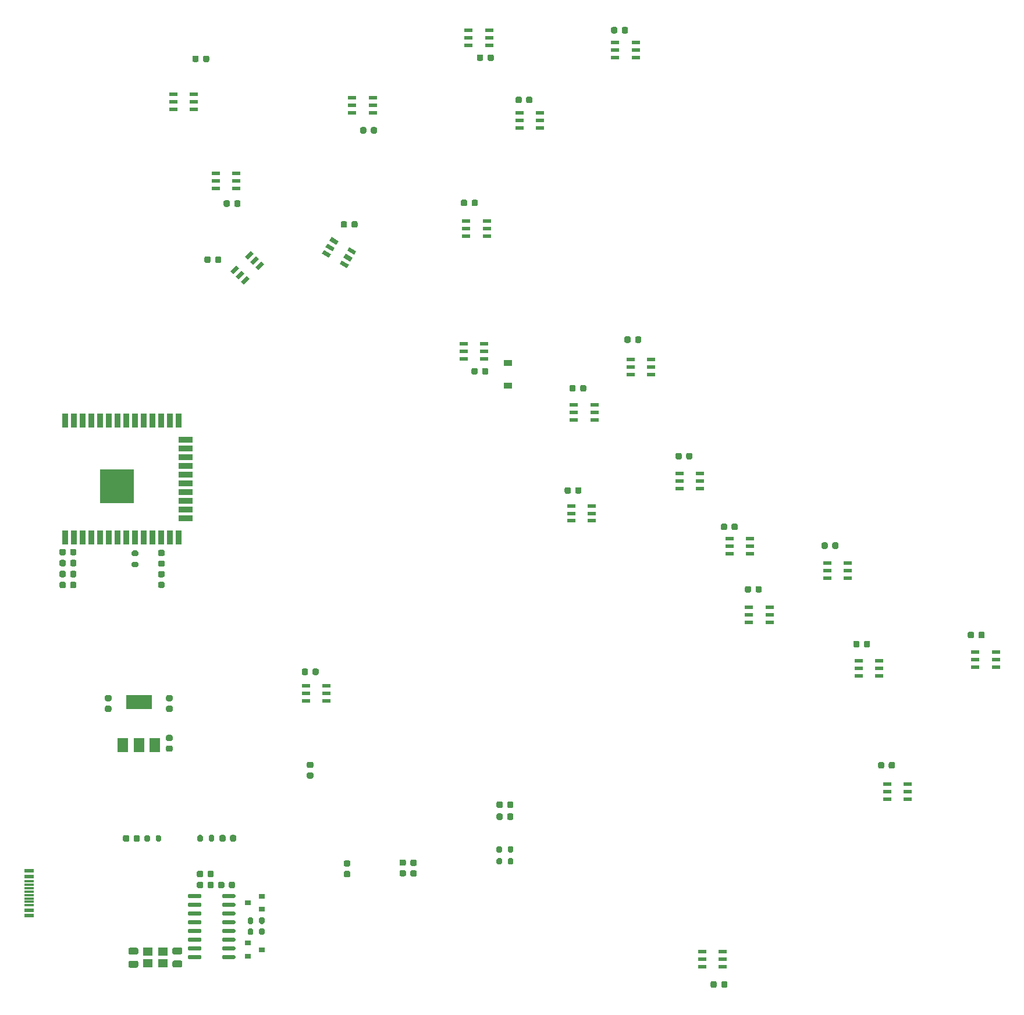
<source format=gbr>
G04 #@! TF.GenerationSoftware,KiCad,Pcbnew,(5.1.9)-1*
G04 #@! TF.CreationDate,2021-02-28T22:53:04+01:00*
G04 #@! TF.ProjectId,DPCM-map,4450434d-2d6d-4617-902e-6b696361645f,rev?*
G04 #@! TF.SameCoordinates,Original*
G04 #@! TF.FileFunction,Paste,Top*
G04 #@! TF.FilePolarity,Positive*
%FSLAX46Y46*%
G04 Gerber Fmt 4.6, Leading zero omitted, Abs format (unit mm)*
G04 Created by KiCad (PCBNEW (5.1.9)-1) date 2021-02-28 22:53:04*
%MOMM*%
%LPD*%
G01*
G04 APERTURE LIST*
%ADD10R,1.200000X0.600000*%
%ADD11C,0.100000*%
%ADD12R,1.200000X0.900000*%
%ADD13R,1.400000X1.200000*%
%ADD14R,0.900000X2.000000*%
%ADD15R,2.000000X0.900000*%
%ADD16R,5.000000X5.000000*%
%ADD17R,1.500000X2.000000*%
%ADD18R,3.800000X2.000000*%
%ADD19R,0.900000X0.800000*%
%ADD20R,1.450000X0.600000*%
%ADD21R,1.450000X0.300000*%
G04 APERTURE END LIST*
D10*
X215430000Y-207470000D03*
X215430000Y-206370000D03*
X215430000Y-205270000D03*
X218430000Y-205270000D03*
X218430000Y-206370000D03*
X218430000Y-207470000D03*
X245370000Y-180940000D03*
X245370000Y-182040000D03*
X245370000Y-183140000D03*
X242370000Y-183140000D03*
X242370000Y-182040000D03*
X242370000Y-180940000D03*
X241220000Y-162960000D03*
X241220000Y-164060000D03*
X241220000Y-165160000D03*
X238220000Y-165160000D03*
X238220000Y-164060000D03*
X238220000Y-162960000D03*
X258180000Y-161730000D03*
X258180000Y-162830000D03*
X258180000Y-163930000D03*
X255180000Y-163930000D03*
X255180000Y-162830000D03*
X255180000Y-161730000D03*
X236650000Y-148720000D03*
X236650000Y-149820000D03*
X236650000Y-150920000D03*
X233650000Y-150920000D03*
X233650000Y-149820000D03*
X233650000Y-148720000D03*
X225260000Y-155140000D03*
X225260000Y-156240000D03*
X225260000Y-157340000D03*
X222260000Y-157340000D03*
X222260000Y-156240000D03*
X222260000Y-155140000D03*
X222440000Y-145200000D03*
X222440000Y-146300000D03*
X222440000Y-147400000D03*
X219440000Y-147400000D03*
X219440000Y-146300000D03*
X219440000Y-145200000D03*
X215140000Y-135660000D03*
X215140000Y-136760000D03*
X215140000Y-137860000D03*
X212140000Y-137860000D03*
X212140000Y-136760000D03*
X212140000Y-135660000D03*
X160770000Y-166580000D03*
X160770000Y-167680000D03*
X160770000Y-168780000D03*
X157770000Y-168780000D03*
X157770000Y-167680000D03*
X157770000Y-166580000D03*
X199400000Y-140400000D03*
X199400000Y-141500000D03*
X199400000Y-142600000D03*
X196400000Y-142600000D03*
X196400000Y-141500000D03*
X196400000Y-140400000D03*
X199790000Y-125670000D03*
X199790000Y-126770000D03*
X199790000Y-127870000D03*
X196790000Y-127870000D03*
X196790000Y-126770000D03*
X196790000Y-125670000D03*
X208020000Y-119140000D03*
X208020000Y-120240000D03*
X208020000Y-121340000D03*
X205020000Y-121340000D03*
X205020000Y-120240000D03*
X205020000Y-119140000D03*
X184100000Y-98970000D03*
X184100000Y-100070000D03*
X184100000Y-101170000D03*
X181100000Y-101170000D03*
X181100000Y-100070000D03*
X181100000Y-98970000D03*
X191850000Y-83210000D03*
X191850000Y-84310000D03*
X191850000Y-85410000D03*
X188850000Y-85410000D03*
X188850000Y-84310000D03*
X188850000Y-83210000D03*
X205790000Y-72990000D03*
X205790000Y-74090000D03*
X205790000Y-75190000D03*
X202790000Y-75190000D03*
X202790000Y-74090000D03*
X202790000Y-72990000D03*
X181440000Y-73360000D03*
X181440000Y-72260000D03*
X181440000Y-71160000D03*
X184440000Y-71160000D03*
X184440000Y-72260000D03*
X184440000Y-73360000D03*
X164530000Y-83240000D03*
X164530000Y-82140000D03*
X164530000Y-81040000D03*
X167530000Y-81040000D03*
X167530000Y-82140000D03*
X167530000Y-83240000D03*
X138480000Y-82720000D03*
X138480000Y-81620000D03*
X138480000Y-80520000D03*
X141480000Y-80520000D03*
X141480000Y-81620000D03*
X141480000Y-82720000D03*
X144650000Y-94210000D03*
X144650000Y-93110000D03*
X144650000Y-92010000D03*
X147650000Y-92010000D03*
X147650000Y-93110000D03*
X147650000Y-94210000D03*
D11*
G36*
X163789423Y-103297180D02*
G01*
X164089423Y-102777564D01*
X165128653Y-103377564D01*
X164828653Y-103897180D01*
X163789423Y-103297180D01*
G37*
G36*
X163239423Y-104249808D02*
G01*
X163539423Y-103730192D01*
X164578653Y-104330192D01*
X164278653Y-104849808D01*
X163239423Y-104249808D01*
G37*
G36*
X162689423Y-105202436D02*
G01*
X162989423Y-104682820D01*
X164028653Y-105282820D01*
X163728653Y-105802436D01*
X162689423Y-105202436D01*
G37*
G36*
X160091347Y-103702436D02*
G01*
X160391347Y-103182820D01*
X161430577Y-103782820D01*
X161130577Y-104302436D01*
X160091347Y-103702436D01*
G37*
G36*
X160641347Y-102749808D02*
G01*
X160941347Y-102230192D01*
X161980577Y-102830192D01*
X161680577Y-103349808D01*
X160641347Y-102749808D01*
G37*
G36*
X161191347Y-101797180D02*
G01*
X161491347Y-101277564D01*
X162530577Y-101877564D01*
X162230577Y-102397180D01*
X161191347Y-101797180D01*
G37*
G36*
X149320711Y-104527918D02*
G01*
X148896447Y-104103654D01*
X149744975Y-103255126D01*
X150169239Y-103679390D01*
X149320711Y-104527918D01*
G37*
G36*
X150098528Y-105305736D02*
G01*
X149674264Y-104881472D01*
X150522792Y-104032944D01*
X150947056Y-104457208D01*
X150098528Y-105305736D01*
G37*
G36*
X150876346Y-106083553D02*
G01*
X150452082Y-105659289D01*
X151300610Y-104810761D01*
X151724874Y-105235025D01*
X150876346Y-106083553D01*
G37*
G36*
X148755025Y-108204874D02*
G01*
X148330761Y-107780610D01*
X149179289Y-106932082D01*
X149603553Y-107356346D01*
X148755025Y-108204874D01*
G37*
G36*
X147977208Y-107427056D02*
G01*
X147552944Y-107002792D01*
X148401472Y-106154264D01*
X148825736Y-106578528D01*
X147977208Y-107427056D01*
G37*
G36*
X147199390Y-106649239D02*
G01*
X146775126Y-106224975D01*
X147623654Y-105376447D01*
X148047918Y-105800711D01*
X147199390Y-106649239D01*
G37*
D10*
X180730000Y-119000000D03*
X180730000Y-117900000D03*
X180730000Y-116800000D03*
X183730000Y-116800000D03*
X183730000Y-117900000D03*
X183730000Y-119000000D03*
D12*
X187170000Y-122920000D03*
X187170000Y-119620000D03*
G36*
G01*
X242595000Y-178420000D02*
X242595000Y-177920000D01*
G75*
G02*
X242820000Y-177695000I225000J0D01*
G01*
X243270000Y-177695000D01*
G75*
G02*
X243495000Y-177920000I0J-225000D01*
G01*
X243495000Y-178420000D01*
G75*
G02*
X243270000Y-178645000I-225000J0D01*
G01*
X242820000Y-178645000D01*
G75*
G02*
X242595000Y-178420000I0J225000D01*
G01*
G37*
G36*
G01*
X241045000Y-178420000D02*
X241045000Y-177920000D01*
G75*
G02*
X241270000Y-177695000I225000J0D01*
G01*
X241720000Y-177695000D01*
G75*
G02*
X241945000Y-177920000I0J-225000D01*
G01*
X241945000Y-178420000D01*
G75*
G02*
X241720000Y-178645000I-225000J0D01*
G01*
X241270000Y-178645000D01*
G75*
G02*
X241045000Y-178420000I0J225000D01*
G01*
G37*
G36*
G01*
X255655000Y-159460000D02*
X255655000Y-158960000D01*
G75*
G02*
X255880000Y-158735000I225000J0D01*
G01*
X256330000Y-158735000D01*
G75*
G02*
X256555000Y-158960000I0J-225000D01*
G01*
X256555000Y-159460000D01*
G75*
G02*
X256330000Y-159685000I-225000J0D01*
G01*
X255880000Y-159685000D01*
G75*
G02*
X255655000Y-159460000I0J225000D01*
G01*
G37*
G36*
G01*
X254105000Y-159460000D02*
X254105000Y-158960000D01*
G75*
G02*
X254330000Y-158735000I225000J0D01*
G01*
X254780000Y-158735000D01*
G75*
G02*
X255005000Y-158960000I0J-225000D01*
G01*
X255005000Y-159460000D01*
G75*
G02*
X254780000Y-159685000I-225000J0D01*
G01*
X254330000Y-159685000D01*
G75*
G02*
X254105000Y-159460000I0J225000D01*
G01*
G37*
G36*
G01*
X238985000Y-160790000D02*
X238985000Y-160290000D01*
G75*
G02*
X239210000Y-160065000I225000J0D01*
G01*
X239660000Y-160065000D01*
G75*
G02*
X239885000Y-160290000I0J-225000D01*
G01*
X239885000Y-160790000D01*
G75*
G02*
X239660000Y-161015000I-225000J0D01*
G01*
X239210000Y-161015000D01*
G75*
G02*
X238985000Y-160790000I0J225000D01*
G01*
G37*
G36*
G01*
X237435000Y-160790000D02*
X237435000Y-160290000D01*
G75*
G02*
X237660000Y-160065000I225000J0D01*
G01*
X238110000Y-160065000D01*
G75*
G02*
X238335000Y-160290000I0J-225000D01*
G01*
X238335000Y-160790000D01*
G75*
G02*
X238110000Y-161015000I-225000J0D01*
G01*
X237660000Y-161015000D01*
G75*
G02*
X237435000Y-160790000I0J225000D01*
G01*
G37*
G36*
G01*
X223215000Y-152810000D02*
X223215000Y-152310000D01*
G75*
G02*
X223440000Y-152085000I225000J0D01*
G01*
X223890000Y-152085000D01*
G75*
G02*
X224115000Y-152310000I0J-225000D01*
G01*
X224115000Y-152810000D01*
G75*
G02*
X223890000Y-153035000I-225000J0D01*
G01*
X223440000Y-153035000D01*
G75*
G02*
X223215000Y-152810000I0J225000D01*
G01*
G37*
G36*
G01*
X221665000Y-152810000D02*
X221665000Y-152310000D01*
G75*
G02*
X221890000Y-152085000I225000J0D01*
G01*
X222340000Y-152085000D01*
G75*
G02*
X222565000Y-152310000I0J-225000D01*
G01*
X222565000Y-152810000D01*
G75*
G02*
X222340000Y-153035000I-225000J0D01*
G01*
X221890000Y-153035000D01*
G75*
G02*
X221665000Y-152810000I0J225000D01*
G01*
G37*
G36*
G01*
X234375000Y-146450000D02*
X234375000Y-145950000D01*
G75*
G02*
X234600000Y-145725000I225000J0D01*
G01*
X235050000Y-145725000D01*
G75*
G02*
X235275000Y-145950000I0J-225000D01*
G01*
X235275000Y-146450000D01*
G75*
G02*
X235050000Y-146675000I-225000J0D01*
G01*
X234600000Y-146675000D01*
G75*
G02*
X234375000Y-146450000I0J225000D01*
G01*
G37*
G36*
G01*
X232825000Y-146450000D02*
X232825000Y-145950000D01*
G75*
G02*
X233050000Y-145725000I225000J0D01*
G01*
X233500000Y-145725000D01*
G75*
G02*
X233725000Y-145950000I0J-225000D01*
G01*
X233725000Y-146450000D01*
G75*
G02*
X233500000Y-146675000I-225000J0D01*
G01*
X233050000Y-146675000D01*
G75*
G02*
X232825000Y-146450000I0J225000D01*
G01*
G37*
G36*
G01*
X219725000Y-143710000D02*
X219725000Y-143210000D01*
G75*
G02*
X219950000Y-142985000I225000J0D01*
G01*
X220400000Y-142985000D01*
G75*
G02*
X220625000Y-143210000I0J-225000D01*
G01*
X220625000Y-143710000D01*
G75*
G02*
X220400000Y-143935000I-225000J0D01*
G01*
X219950000Y-143935000D01*
G75*
G02*
X219725000Y-143710000I0J225000D01*
G01*
G37*
G36*
G01*
X218175000Y-143710000D02*
X218175000Y-143210000D01*
G75*
G02*
X218400000Y-142985000I225000J0D01*
G01*
X218850000Y-142985000D01*
G75*
G02*
X219075000Y-143210000I0J-225000D01*
G01*
X219075000Y-143710000D01*
G75*
G02*
X218850000Y-143935000I-225000J0D01*
G01*
X218400000Y-143935000D01*
G75*
G02*
X218175000Y-143710000I0J225000D01*
G01*
G37*
G36*
G01*
X213125000Y-133420000D02*
X213125000Y-132920000D01*
G75*
G02*
X213350000Y-132695000I225000J0D01*
G01*
X213800000Y-132695000D01*
G75*
G02*
X214025000Y-132920000I0J-225000D01*
G01*
X214025000Y-133420000D01*
G75*
G02*
X213800000Y-133645000I-225000J0D01*
G01*
X213350000Y-133645000D01*
G75*
G02*
X213125000Y-133420000I0J225000D01*
G01*
G37*
G36*
G01*
X211575000Y-133420000D02*
X211575000Y-132920000D01*
G75*
G02*
X211800000Y-132695000I225000J0D01*
G01*
X212250000Y-132695000D01*
G75*
G02*
X212475000Y-132920000I0J-225000D01*
G01*
X212475000Y-133420000D01*
G75*
G02*
X212250000Y-133645000I-225000J0D01*
G01*
X211800000Y-133645000D01*
G75*
G02*
X211575000Y-133420000I0J225000D01*
G01*
G37*
G36*
G01*
X158745000Y-164820000D02*
X158745000Y-164320000D01*
G75*
G02*
X158970000Y-164095000I225000J0D01*
G01*
X159420000Y-164095000D01*
G75*
G02*
X159645000Y-164320000I0J-225000D01*
G01*
X159645000Y-164820000D01*
G75*
G02*
X159420000Y-165045000I-225000J0D01*
G01*
X158970000Y-165045000D01*
G75*
G02*
X158745000Y-164820000I0J225000D01*
G01*
G37*
G36*
G01*
X157195000Y-164820000D02*
X157195000Y-164320000D01*
G75*
G02*
X157420000Y-164095000I225000J0D01*
G01*
X157870000Y-164095000D01*
G75*
G02*
X158095000Y-164320000I0J-225000D01*
G01*
X158095000Y-164820000D01*
G75*
G02*
X157870000Y-165045000I-225000J0D01*
G01*
X157420000Y-165045000D01*
G75*
G02*
X157195000Y-164820000I0J225000D01*
G01*
G37*
G36*
G01*
X197695000Y-123550000D02*
X197695000Y-123050000D01*
G75*
G02*
X197920000Y-122825000I225000J0D01*
G01*
X198370000Y-122825000D01*
G75*
G02*
X198595000Y-123050000I0J-225000D01*
G01*
X198595000Y-123550000D01*
G75*
G02*
X198370000Y-123775000I-225000J0D01*
G01*
X197920000Y-123775000D01*
G75*
G02*
X197695000Y-123550000I0J225000D01*
G01*
G37*
G36*
G01*
X196145000Y-123550000D02*
X196145000Y-123050000D01*
G75*
G02*
X196370000Y-122825000I225000J0D01*
G01*
X196820000Y-122825000D01*
G75*
G02*
X197045000Y-123050000I0J-225000D01*
G01*
X197045000Y-123550000D01*
G75*
G02*
X196820000Y-123775000I-225000J0D01*
G01*
X196370000Y-123775000D01*
G75*
G02*
X196145000Y-123550000I0J225000D01*
G01*
G37*
G36*
G01*
X196985000Y-138420000D02*
X196985000Y-137920000D01*
G75*
G02*
X197210000Y-137695000I225000J0D01*
G01*
X197660000Y-137695000D01*
G75*
G02*
X197885000Y-137920000I0J-225000D01*
G01*
X197885000Y-138420000D01*
G75*
G02*
X197660000Y-138645000I-225000J0D01*
G01*
X197210000Y-138645000D01*
G75*
G02*
X196985000Y-138420000I0J225000D01*
G01*
G37*
G36*
G01*
X195435000Y-138420000D02*
X195435000Y-137920000D01*
G75*
G02*
X195660000Y-137695000I225000J0D01*
G01*
X196110000Y-137695000D01*
G75*
G02*
X196335000Y-137920000I0J-225000D01*
G01*
X196335000Y-138420000D01*
G75*
G02*
X196110000Y-138645000I-225000J0D01*
G01*
X195660000Y-138645000D01*
G75*
G02*
X195435000Y-138420000I0J225000D01*
G01*
G37*
G36*
G01*
X217565000Y-209830000D02*
X217565000Y-210330000D01*
G75*
G02*
X217340000Y-210555000I-225000J0D01*
G01*
X216890000Y-210555000D01*
G75*
G02*
X216665000Y-210330000I0J225000D01*
G01*
X216665000Y-209830000D01*
G75*
G02*
X216890000Y-209605000I225000J0D01*
G01*
X217340000Y-209605000D01*
G75*
G02*
X217565000Y-209830000I0J-225000D01*
G01*
G37*
G36*
G01*
X219115000Y-209830000D02*
X219115000Y-210330000D01*
G75*
G02*
X218890000Y-210555000I-225000J0D01*
G01*
X218440000Y-210555000D01*
G75*
G02*
X218215000Y-210330000I0J225000D01*
G01*
X218215000Y-209830000D01*
G75*
G02*
X218440000Y-209605000I225000J0D01*
G01*
X218890000Y-209605000D01*
G75*
G02*
X219115000Y-209830000I0J-225000D01*
G01*
G37*
G36*
G01*
X205685000Y-116470000D02*
X205685000Y-115970000D01*
G75*
G02*
X205910000Y-115745000I225000J0D01*
G01*
X206360000Y-115745000D01*
G75*
G02*
X206585000Y-115970000I0J-225000D01*
G01*
X206585000Y-116470000D01*
G75*
G02*
X206360000Y-116695000I-225000J0D01*
G01*
X205910000Y-116695000D01*
G75*
G02*
X205685000Y-116470000I0J225000D01*
G01*
G37*
G36*
G01*
X204135000Y-116470000D02*
X204135000Y-115970000D01*
G75*
G02*
X204360000Y-115745000I225000J0D01*
G01*
X204810000Y-115745000D01*
G75*
G02*
X205035000Y-115970000I0J-225000D01*
G01*
X205035000Y-116470000D01*
G75*
G02*
X204810000Y-116695000I-225000J0D01*
G01*
X204360000Y-116695000D01*
G75*
G02*
X204135000Y-116470000I0J225000D01*
G01*
G37*
G36*
G01*
X181895000Y-96570000D02*
X181895000Y-96070000D01*
G75*
G02*
X182120000Y-95845000I225000J0D01*
G01*
X182570000Y-95845000D01*
G75*
G02*
X182795000Y-96070000I0J-225000D01*
G01*
X182795000Y-96570000D01*
G75*
G02*
X182570000Y-96795000I-225000J0D01*
G01*
X182120000Y-96795000D01*
G75*
G02*
X181895000Y-96570000I0J225000D01*
G01*
G37*
G36*
G01*
X180345000Y-96570000D02*
X180345000Y-96070000D01*
G75*
G02*
X180570000Y-95845000I225000J0D01*
G01*
X181020000Y-95845000D01*
G75*
G02*
X181245000Y-96070000I0J-225000D01*
G01*
X181245000Y-96570000D01*
G75*
G02*
X181020000Y-96795000I-225000J0D01*
G01*
X180570000Y-96795000D01*
G75*
G02*
X180345000Y-96570000I0J225000D01*
G01*
G37*
G36*
G01*
X189835000Y-81570000D02*
X189835000Y-81070000D01*
G75*
G02*
X190060000Y-80845000I225000J0D01*
G01*
X190510000Y-80845000D01*
G75*
G02*
X190735000Y-81070000I0J-225000D01*
G01*
X190735000Y-81570000D01*
G75*
G02*
X190510000Y-81795000I-225000J0D01*
G01*
X190060000Y-81795000D01*
G75*
G02*
X189835000Y-81570000I0J225000D01*
G01*
G37*
G36*
G01*
X188285000Y-81570000D02*
X188285000Y-81070000D01*
G75*
G02*
X188510000Y-80845000I225000J0D01*
G01*
X188960000Y-80845000D01*
G75*
G02*
X189185000Y-81070000I0J-225000D01*
G01*
X189185000Y-81570000D01*
G75*
G02*
X188960000Y-81795000I-225000J0D01*
G01*
X188510000Y-81795000D01*
G75*
G02*
X188285000Y-81570000I0J225000D01*
G01*
G37*
G36*
G01*
X203745000Y-71430000D02*
X203745000Y-70930000D01*
G75*
G02*
X203970000Y-70705000I225000J0D01*
G01*
X204420000Y-70705000D01*
G75*
G02*
X204645000Y-70930000I0J-225000D01*
G01*
X204645000Y-71430000D01*
G75*
G02*
X204420000Y-71655000I-225000J0D01*
G01*
X203970000Y-71655000D01*
G75*
G02*
X203745000Y-71430000I0J225000D01*
G01*
G37*
G36*
G01*
X202195000Y-71430000D02*
X202195000Y-70930000D01*
G75*
G02*
X202420000Y-70705000I225000J0D01*
G01*
X202870000Y-70705000D01*
G75*
G02*
X203095000Y-70930000I0J-225000D01*
G01*
X203095000Y-71430000D01*
G75*
G02*
X202870000Y-71655000I-225000J0D01*
G01*
X202420000Y-71655000D01*
G75*
G02*
X202195000Y-71430000I0J225000D01*
G01*
G37*
G36*
G01*
X183575000Y-74930000D02*
X183575000Y-75430000D01*
G75*
G02*
X183350000Y-75655000I-225000J0D01*
G01*
X182900000Y-75655000D01*
G75*
G02*
X182675000Y-75430000I0J225000D01*
G01*
X182675000Y-74930000D01*
G75*
G02*
X182900000Y-74705000I225000J0D01*
G01*
X183350000Y-74705000D01*
G75*
G02*
X183575000Y-74930000I0J-225000D01*
G01*
G37*
G36*
G01*
X185125000Y-74930000D02*
X185125000Y-75430000D01*
G75*
G02*
X184900000Y-75655000I-225000J0D01*
G01*
X184450000Y-75655000D01*
G75*
G02*
X184225000Y-75430000I0J225000D01*
G01*
X184225000Y-74930000D01*
G75*
G02*
X184450000Y-74705000I225000J0D01*
G01*
X184900000Y-74705000D01*
G75*
G02*
X185125000Y-74930000I0J-225000D01*
G01*
G37*
G36*
G01*
X166585000Y-85500000D02*
X166585000Y-86000000D01*
G75*
G02*
X166360000Y-86225000I-225000J0D01*
G01*
X165910000Y-86225000D01*
G75*
G02*
X165685000Y-86000000I0J225000D01*
G01*
X165685000Y-85500000D01*
G75*
G02*
X165910000Y-85275000I225000J0D01*
G01*
X166360000Y-85275000D01*
G75*
G02*
X166585000Y-85500000I0J-225000D01*
G01*
G37*
G36*
G01*
X168135000Y-85500000D02*
X168135000Y-86000000D01*
G75*
G02*
X167910000Y-86225000I-225000J0D01*
G01*
X167460000Y-86225000D01*
G75*
G02*
X167235000Y-86000000I0J225000D01*
G01*
X167235000Y-85500000D01*
G75*
G02*
X167460000Y-85275000I225000J0D01*
G01*
X167910000Y-85275000D01*
G75*
G02*
X168135000Y-85500000I0J-225000D01*
G01*
G37*
G36*
G01*
X142815000Y-75600000D02*
X142815000Y-75100000D01*
G75*
G02*
X143040000Y-74875000I225000J0D01*
G01*
X143490000Y-74875000D01*
G75*
G02*
X143715000Y-75100000I0J-225000D01*
G01*
X143715000Y-75600000D01*
G75*
G02*
X143490000Y-75825000I-225000J0D01*
G01*
X143040000Y-75825000D01*
G75*
G02*
X142815000Y-75600000I0J225000D01*
G01*
G37*
G36*
G01*
X141265000Y-75600000D02*
X141265000Y-75100000D01*
G75*
G02*
X141490000Y-74875000I225000J0D01*
G01*
X141940000Y-74875000D01*
G75*
G02*
X142165000Y-75100000I0J-225000D01*
G01*
X142165000Y-75600000D01*
G75*
G02*
X141940000Y-75825000I-225000J0D01*
G01*
X141490000Y-75825000D01*
G75*
G02*
X141265000Y-75600000I0J225000D01*
G01*
G37*
G36*
G01*
X146705000Y-96160000D02*
X146705000Y-96660000D01*
G75*
G02*
X146480000Y-96885000I-225000J0D01*
G01*
X146030000Y-96885000D01*
G75*
G02*
X145805000Y-96660000I0J225000D01*
G01*
X145805000Y-96160000D01*
G75*
G02*
X146030000Y-95935000I225000J0D01*
G01*
X146480000Y-95935000D01*
G75*
G02*
X146705000Y-96160000I0J-225000D01*
G01*
G37*
G36*
G01*
X148255000Y-96160000D02*
X148255000Y-96660000D01*
G75*
G02*
X148030000Y-96885000I-225000J0D01*
G01*
X147580000Y-96885000D01*
G75*
G02*
X147355000Y-96660000I0J225000D01*
G01*
X147355000Y-96160000D01*
G75*
G02*
X147580000Y-95935000I225000J0D01*
G01*
X148030000Y-95935000D01*
G75*
G02*
X148255000Y-96160000I0J-225000D01*
G01*
G37*
G36*
G01*
X164410000Y-99700000D02*
X164410000Y-99200000D01*
G75*
G02*
X164635000Y-98975000I225000J0D01*
G01*
X165085000Y-98975000D01*
G75*
G02*
X165310000Y-99200000I0J-225000D01*
G01*
X165310000Y-99700000D01*
G75*
G02*
X165085000Y-99925000I-225000J0D01*
G01*
X164635000Y-99925000D01*
G75*
G02*
X164410000Y-99700000I0J225000D01*
G01*
G37*
G36*
G01*
X162860000Y-99700000D02*
X162860000Y-99200000D01*
G75*
G02*
X163085000Y-98975000I225000J0D01*
G01*
X163535000Y-98975000D01*
G75*
G02*
X163760000Y-99200000I0J-225000D01*
G01*
X163760000Y-99700000D01*
G75*
G02*
X163535000Y-99925000I-225000J0D01*
G01*
X163085000Y-99925000D01*
G75*
G02*
X162860000Y-99700000I0J225000D01*
G01*
G37*
G36*
G01*
X143915000Y-104330000D02*
X143915000Y-104830000D01*
G75*
G02*
X143690000Y-105055000I-225000J0D01*
G01*
X143240000Y-105055000D01*
G75*
G02*
X143015000Y-104830000I0J225000D01*
G01*
X143015000Y-104330000D01*
G75*
G02*
X143240000Y-104105000I225000J0D01*
G01*
X143690000Y-104105000D01*
G75*
G02*
X143915000Y-104330000I0J-225000D01*
G01*
G37*
G36*
G01*
X145465000Y-104330000D02*
X145465000Y-104830000D01*
G75*
G02*
X145240000Y-105055000I-225000J0D01*
G01*
X144790000Y-105055000D01*
G75*
G02*
X144565000Y-104830000I0J225000D01*
G01*
X144565000Y-104330000D01*
G75*
G02*
X144790000Y-104105000I225000J0D01*
G01*
X145240000Y-104105000D01*
G75*
G02*
X145465000Y-104330000I0J-225000D01*
G01*
G37*
G36*
G01*
X136510000Y-151465000D02*
X137010000Y-151465000D01*
G75*
G02*
X137235000Y-151690000I0J-225000D01*
G01*
X137235000Y-152140000D01*
G75*
G02*
X137010000Y-152365000I-225000J0D01*
G01*
X136510000Y-152365000D01*
G75*
G02*
X136285000Y-152140000I0J225000D01*
G01*
X136285000Y-151690000D01*
G75*
G02*
X136510000Y-151465000I225000J0D01*
G01*
G37*
G36*
G01*
X136510000Y-149915000D02*
X137010000Y-149915000D01*
G75*
G02*
X137235000Y-150140000I0J-225000D01*
G01*
X137235000Y-150590000D01*
G75*
G02*
X137010000Y-150815000I-225000J0D01*
G01*
X136510000Y-150815000D01*
G75*
G02*
X136285000Y-150590000I0J225000D01*
G01*
X136285000Y-150140000D01*
G75*
G02*
X136510000Y-149915000I225000J0D01*
G01*
G37*
G36*
G01*
X136510000Y-148365000D02*
X137010000Y-148365000D01*
G75*
G02*
X137235000Y-148590000I0J-225000D01*
G01*
X137235000Y-149040000D01*
G75*
G02*
X137010000Y-149265000I-225000J0D01*
G01*
X136510000Y-149265000D01*
G75*
G02*
X136285000Y-149040000I0J225000D01*
G01*
X136285000Y-148590000D01*
G75*
G02*
X136510000Y-148365000I225000J0D01*
G01*
G37*
G36*
G01*
X136510000Y-146815000D02*
X137010000Y-146815000D01*
G75*
G02*
X137235000Y-147040000I0J-225000D01*
G01*
X137235000Y-147490000D01*
G75*
G02*
X137010000Y-147715000I-225000J0D01*
G01*
X136510000Y-147715000D01*
G75*
G02*
X136285000Y-147490000I0J225000D01*
G01*
X136285000Y-147040000D01*
G75*
G02*
X136510000Y-146815000I225000J0D01*
G01*
G37*
D13*
X134790000Y-205300000D03*
X136990000Y-205300000D03*
X136990000Y-207000000D03*
X134790000Y-207000000D03*
G36*
G01*
X145575000Y-197355000D02*
X145575000Y-197055000D01*
G75*
G02*
X145725000Y-196905000I150000J0D01*
G01*
X147375000Y-196905000D01*
G75*
G02*
X147525000Y-197055000I0J-150000D01*
G01*
X147525000Y-197355000D01*
G75*
G02*
X147375000Y-197505000I-150000J0D01*
G01*
X145725000Y-197505000D01*
G75*
G02*
X145575000Y-197355000I0J150000D01*
G01*
G37*
G36*
G01*
X145575000Y-198625000D02*
X145575000Y-198325000D01*
G75*
G02*
X145725000Y-198175000I150000J0D01*
G01*
X147375000Y-198175000D01*
G75*
G02*
X147525000Y-198325000I0J-150000D01*
G01*
X147525000Y-198625000D01*
G75*
G02*
X147375000Y-198775000I-150000J0D01*
G01*
X145725000Y-198775000D01*
G75*
G02*
X145575000Y-198625000I0J150000D01*
G01*
G37*
G36*
G01*
X145575000Y-199895000D02*
X145575000Y-199595000D01*
G75*
G02*
X145725000Y-199445000I150000J0D01*
G01*
X147375000Y-199445000D01*
G75*
G02*
X147525000Y-199595000I0J-150000D01*
G01*
X147525000Y-199895000D01*
G75*
G02*
X147375000Y-200045000I-150000J0D01*
G01*
X145725000Y-200045000D01*
G75*
G02*
X145575000Y-199895000I0J150000D01*
G01*
G37*
G36*
G01*
X145575000Y-201165000D02*
X145575000Y-200865000D01*
G75*
G02*
X145725000Y-200715000I150000J0D01*
G01*
X147375000Y-200715000D01*
G75*
G02*
X147525000Y-200865000I0J-150000D01*
G01*
X147525000Y-201165000D01*
G75*
G02*
X147375000Y-201315000I-150000J0D01*
G01*
X145725000Y-201315000D01*
G75*
G02*
X145575000Y-201165000I0J150000D01*
G01*
G37*
G36*
G01*
X145575000Y-202435000D02*
X145575000Y-202135000D01*
G75*
G02*
X145725000Y-201985000I150000J0D01*
G01*
X147375000Y-201985000D01*
G75*
G02*
X147525000Y-202135000I0J-150000D01*
G01*
X147525000Y-202435000D01*
G75*
G02*
X147375000Y-202585000I-150000J0D01*
G01*
X145725000Y-202585000D01*
G75*
G02*
X145575000Y-202435000I0J150000D01*
G01*
G37*
G36*
G01*
X145575000Y-203705000D02*
X145575000Y-203405000D01*
G75*
G02*
X145725000Y-203255000I150000J0D01*
G01*
X147375000Y-203255000D01*
G75*
G02*
X147525000Y-203405000I0J-150000D01*
G01*
X147525000Y-203705000D01*
G75*
G02*
X147375000Y-203855000I-150000J0D01*
G01*
X145725000Y-203855000D01*
G75*
G02*
X145575000Y-203705000I0J150000D01*
G01*
G37*
G36*
G01*
X145575000Y-204975000D02*
X145575000Y-204675000D01*
G75*
G02*
X145725000Y-204525000I150000J0D01*
G01*
X147375000Y-204525000D01*
G75*
G02*
X147525000Y-204675000I0J-150000D01*
G01*
X147525000Y-204975000D01*
G75*
G02*
X147375000Y-205125000I-150000J0D01*
G01*
X145725000Y-205125000D01*
G75*
G02*
X145575000Y-204975000I0J150000D01*
G01*
G37*
G36*
G01*
X145575000Y-206245000D02*
X145575000Y-205945000D01*
G75*
G02*
X145725000Y-205795000I150000J0D01*
G01*
X147375000Y-205795000D01*
G75*
G02*
X147525000Y-205945000I0J-150000D01*
G01*
X147525000Y-206245000D01*
G75*
G02*
X147375000Y-206395000I-150000J0D01*
G01*
X145725000Y-206395000D01*
G75*
G02*
X145575000Y-206245000I0J150000D01*
G01*
G37*
G36*
G01*
X140625000Y-206245000D02*
X140625000Y-205945000D01*
G75*
G02*
X140775000Y-205795000I150000J0D01*
G01*
X142425000Y-205795000D01*
G75*
G02*
X142575000Y-205945000I0J-150000D01*
G01*
X142575000Y-206245000D01*
G75*
G02*
X142425000Y-206395000I-150000J0D01*
G01*
X140775000Y-206395000D01*
G75*
G02*
X140625000Y-206245000I0J150000D01*
G01*
G37*
G36*
G01*
X140625000Y-204975000D02*
X140625000Y-204675000D01*
G75*
G02*
X140775000Y-204525000I150000J0D01*
G01*
X142425000Y-204525000D01*
G75*
G02*
X142575000Y-204675000I0J-150000D01*
G01*
X142575000Y-204975000D01*
G75*
G02*
X142425000Y-205125000I-150000J0D01*
G01*
X140775000Y-205125000D01*
G75*
G02*
X140625000Y-204975000I0J150000D01*
G01*
G37*
G36*
G01*
X140625000Y-203705000D02*
X140625000Y-203405000D01*
G75*
G02*
X140775000Y-203255000I150000J0D01*
G01*
X142425000Y-203255000D01*
G75*
G02*
X142575000Y-203405000I0J-150000D01*
G01*
X142575000Y-203705000D01*
G75*
G02*
X142425000Y-203855000I-150000J0D01*
G01*
X140775000Y-203855000D01*
G75*
G02*
X140625000Y-203705000I0J150000D01*
G01*
G37*
G36*
G01*
X140625000Y-202435000D02*
X140625000Y-202135000D01*
G75*
G02*
X140775000Y-201985000I150000J0D01*
G01*
X142425000Y-201985000D01*
G75*
G02*
X142575000Y-202135000I0J-150000D01*
G01*
X142575000Y-202435000D01*
G75*
G02*
X142425000Y-202585000I-150000J0D01*
G01*
X140775000Y-202585000D01*
G75*
G02*
X140625000Y-202435000I0J150000D01*
G01*
G37*
G36*
G01*
X140625000Y-201165000D02*
X140625000Y-200865000D01*
G75*
G02*
X140775000Y-200715000I150000J0D01*
G01*
X142425000Y-200715000D01*
G75*
G02*
X142575000Y-200865000I0J-150000D01*
G01*
X142575000Y-201165000D01*
G75*
G02*
X142425000Y-201315000I-150000J0D01*
G01*
X140775000Y-201315000D01*
G75*
G02*
X140625000Y-201165000I0J150000D01*
G01*
G37*
G36*
G01*
X140625000Y-199895000D02*
X140625000Y-199595000D01*
G75*
G02*
X140775000Y-199445000I150000J0D01*
G01*
X142425000Y-199445000D01*
G75*
G02*
X142575000Y-199595000I0J-150000D01*
G01*
X142575000Y-199895000D01*
G75*
G02*
X142425000Y-200045000I-150000J0D01*
G01*
X140775000Y-200045000D01*
G75*
G02*
X140625000Y-199895000I0J150000D01*
G01*
G37*
G36*
G01*
X140625000Y-198625000D02*
X140625000Y-198325000D01*
G75*
G02*
X140775000Y-198175000I150000J0D01*
G01*
X142425000Y-198175000D01*
G75*
G02*
X142575000Y-198325000I0J-150000D01*
G01*
X142575000Y-198625000D01*
G75*
G02*
X142425000Y-198775000I-150000J0D01*
G01*
X140775000Y-198775000D01*
G75*
G02*
X140625000Y-198625000I0J150000D01*
G01*
G37*
G36*
G01*
X140625000Y-197355000D02*
X140625000Y-197055000D01*
G75*
G02*
X140775000Y-196905000I150000J0D01*
G01*
X142425000Y-196905000D01*
G75*
G02*
X142575000Y-197055000I0J-150000D01*
G01*
X142575000Y-197355000D01*
G75*
G02*
X142425000Y-197505000I-150000J0D01*
G01*
X140775000Y-197505000D01*
G75*
G02*
X140625000Y-197355000I0J150000D01*
G01*
G37*
D14*
X122775000Y-128025000D03*
X124045000Y-128025000D03*
X125315000Y-128025000D03*
X126585000Y-128025000D03*
X127855000Y-128025000D03*
X129125000Y-128025000D03*
X130395000Y-128025000D03*
X131665000Y-128025000D03*
X132935000Y-128025000D03*
X134205000Y-128025000D03*
X135475000Y-128025000D03*
X136745000Y-128025000D03*
X138015000Y-128025000D03*
X139285000Y-128025000D03*
D15*
X140285000Y-130810000D03*
X140285000Y-132080000D03*
X140285000Y-133350000D03*
X140285000Y-134620000D03*
X140285000Y-135890000D03*
X140285000Y-137160000D03*
X140285000Y-138430000D03*
X140285000Y-139700000D03*
X140285000Y-140970000D03*
X140285000Y-142240000D03*
D14*
X139285000Y-145025000D03*
X138015000Y-145025000D03*
X136745000Y-145025000D03*
X135475000Y-145025000D03*
X134205000Y-145025000D03*
X132935000Y-145025000D03*
X131665000Y-145025000D03*
X130395000Y-145025000D03*
X129125000Y-145025000D03*
X127855000Y-145025000D03*
X126585000Y-145025000D03*
X125315000Y-145025000D03*
X124045000Y-145025000D03*
X122775000Y-145025000D03*
D16*
X130275000Y-137525000D03*
D17*
X131165000Y-175260000D03*
X135765000Y-175260000D03*
X133465000Y-175260000D03*
D18*
X133465000Y-168960000D03*
G36*
G01*
X150970000Y-201075000D02*
X150970000Y-200525000D01*
G75*
G02*
X151170000Y-200325000I200000J0D01*
G01*
X151570000Y-200325000D01*
G75*
G02*
X151770000Y-200525000I0J-200000D01*
G01*
X151770000Y-201075000D01*
G75*
G02*
X151570000Y-201275000I-200000J0D01*
G01*
X151170000Y-201275000D01*
G75*
G02*
X150970000Y-201075000I0J200000D01*
G01*
G37*
G36*
G01*
X149320000Y-201075000D02*
X149320000Y-200525000D01*
G75*
G02*
X149520000Y-200325000I200000J0D01*
G01*
X149920000Y-200325000D01*
G75*
G02*
X150120000Y-200525000I0J-200000D01*
G01*
X150120000Y-201075000D01*
G75*
G02*
X149920000Y-201275000I-200000J0D01*
G01*
X149520000Y-201275000D01*
G75*
G02*
X149320000Y-201075000I0J200000D01*
G01*
G37*
G36*
G01*
X150970000Y-202675000D02*
X150970000Y-202125000D01*
G75*
G02*
X151170000Y-201925000I200000J0D01*
G01*
X151570000Y-201925000D01*
G75*
G02*
X151770000Y-202125000I0J-200000D01*
G01*
X151770000Y-202675000D01*
G75*
G02*
X151570000Y-202875000I-200000J0D01*
G01*
X151170000Y-202875000D01*
G75*
G02*
X150970000Y-202675000I0J200000D01*
G01*
G37*
G36*
G01*
X149320000Y-202675000D02*
X149320000Y-202125000D01*
G75*
G02*
X149520000Y-201925000I200000J0D01*
G01*
X149920000Y-201925000D01*
G75*
G02*
X150120000Y-202125000I0J-200000D01*
G01*
X150120000Y-202675000D01*
G75*
G02*
X149920000Y-202875000I-200000J0D01*
G01*
X149520000Y-202875000D01*
G75*
G02*
X149320000Y-202675000I0J200000D01*
G01*
G37*
G36*
G01*
X143645000Y-189070000D02*
X143645000Y-188520000D01*
G75*
G02*
X143845000Y-188320000I200000J0D01*
G01*
X144245000Y-188320000D01*
G75*
G02*
X144445000Y-188520000I0J-200000D01*
G01*
X144445000Y-189070000D01*
G75*
G02*
X144245000Y-189270000I-200000J0D01*
G01*
X143845000Y-189270000D01*
G75*
G02*
X143645000Y-189070000I0J200000D01*
G01*
G37*
G36*
G01*
X141995000Y-189070000D02*
X141995000Y-188520000D01*
G75*
G02*
X142195000Y-188320000I200000J0D01*
G01*
X142595000Y-188320000D01*
G75*
G02*
X142795000Y-188520000I0J-200000D01*
G01*
X142795000Y-189070000D01*
G75*
G02*
X142595000Y-189270000I-200000J0D01*
G01*
X142195000Y-189270000D01*
G75*
G02*
X141995000Y-189070000I0J200000D01*
G01*
G37*
G36*
G01*
X133185000Y-147705000D02*
X132635000Y-147705000D01*
G75*
G02*
X132435000Y-147505000I0J200000D01*
G01*
X132435000Y-147105000D01*
G75*
G02*
X132635000Y-146905000I200000J0D01*
G01*
X133185000Y-146905000D01*
G75*
G02*
X133385000Y-147105000I0J-200000D01*
G01*
X133385000Y-147505000D01*
G75*
G02*
X133185000Y-147705000I-200000J0D01*
G01*
G37*
G36*
G01*
X133185000Y-149355000D02*
X132635000Y-149355000D01*
G75*
G02*
X132435000Y-149155000I0J200000D01*
G01*
X132435000Y-148755000D01*
G75*
G02*
X132635000Y-148555000I200000J0D01*
G01*
X133185000Y-148555000D01*
G75*
G02*
X133385000Y-148755000I0J-200000D01*
G01*
X133385000Y-149155000D01*
G75*
G02*
X133185000Y-149355000I-200000J0D01*
G01*
G37*
G36*
G01*
X135085000Y-188545000D02*
X135085000Y-189095000D01*
G75*
G02*
X134885000Y-189295000I-200000J0D01*
G01*
X134485000Y-189295000D01*
G75*
G02*
X134285000Y-189095000I0J200000D01*
G01*
X134285000Y-188545000D01*
G75*
G02*
X134485000Y-188345000I200000J0D01*
G01*
X134885000Y-188345000D01*
G75*
G02*
X135085000Y-188545000I0J-200000D01*
G01*
G37*
G36*
G01*
X136735000Y-188545000D02*
X136735000Y-189095000D01*
G75*
G02*
X136535000Y-189295000I-200000J0D01*
G01*
X136135000Y-189295000D01*
G75*
G02*
X135935000Y-189095000I0J200000D01*
G01*
X135935000Y-188545000D01*
G75*
G02*
X136135000Y-188345000I200000J0D01*
G01*
X136535000Y-188345000D01*
G75*
G02*
X136735000Y-188545000I0J-200000D01*
G01*
G37*
G36*
G01*
X186325000Y-190135000D02*
X186325000Y-190685000D01*
G75*
G02*
X186125000Y-190885000I-200000J0D01*
G01*
X185725000Y-190885000D01*
G75*
G02*
X185525000Y-190685000I0J200000D01*
G01*
X185525000Y-190135000D01*
G75*
G02*
X185725000Y-189935000I200000J0D01*
G01*
X186125000Y-189935000D01*
G75*
G02*
X186325000Y-190135000I0J-200000D01*
G01*
G37*
G36*
G01*
X187975000Y-190135000D02*
X187975000Y-190685000D01*
G75*
G02*
X187775000Y-190885000I-200000J0D01*
G01*
X187375000Y-190885000D01*
G75*
G02*
X187175000Y-190685000I0J200000D01*
G01*
X187175000Y-190135000D01*
G75*
G02*
X187375000Y-189935000I200000J0D01*
G01*
X187775000Y-189935000D01*
G75*
G02*
X187975000Y-190135000I0J-200000D01*
G01*
G37*
G36*
G01*
X186325000Y-191885000D02*
X186325000Y-192435000D01*
G75*
G02*
X186125000Y-192635000I-200000J0D01*
G01*
X185725000Y-192635000D01*
G75*
G02*
X185525000Y-192435000I0J200000D01*
G01*
X185525000Y-191885000D01*
G75*
G02*
X185725000Y-191685000I200000J0D01*
G01*
X186125000Y-191685000D01*
G75*
G02*
X186325000Y-191885000I0J-200000D01*
G01*
G37*
G36*
G01*
X187975000Y-191885000D02*
X187975000Y-192435000D01*
G75*
G02*
X187775000Y-192635000I-200000J0D01*
G01*
X187375000Y-192635000D01*
G75*
G02*
X187175000Y-192435000I0J200000D01*
G01*
X187175000Y-191885000D01*
G75*
G02*
X187375000Y-191685000I200000J0D01*
G01*
X187775000Y-191685000D01*
G75*
G02*
X187975000Y-191885000I0J-200000D01*
G01*
G37*
D19*
X151345000Y-205000000D03*
X149345000Y-205950000D03*
X149345000Y-204050000D03*
X149345000Y-198200000D03*
X151345000Y-197250000D03*
X151345000Y-199150000D03*
D20*
X117545000Y-200050000D03*
X117545000Y-199250000D03*
X117545000Y-194350000D03*
X117545000Y-193550000D03*
X117545000Y-193550000D03*
X117545000Y-194350000D03*
X117545000Y-199250000D03*
X117545000Y-200050000D03*
D21*
X117545000Y-195050000D03*
X117545000Y-195550000D03*
X117545000Y-196050000D03*
X117545000Y-197050000D03*
X117545000Y-197550000D03*
X117545000Y-198050000D03*
X117545000Y-198550000D03*
X117545000Y-196550000D03*
G36*
G01*
X182775000Y-120580000D02*
X182775000Y-121080000D01*
G75*
G02*
X182550000Y-121305000I-225000J0D01*
G01*
X182100000Y-121305000D01*
G75*
G02*
X181875000Y-121080000I0J225000D01*
G01*
X181875000Y-120580000D01*
G75*
G02*
X182100000Y-120355000I225000J0D01*
G01*
X182550000Y-120355000D01*
G75*
G02*
X182775000Y-120580000I0J-225000D01*
G01*
G37*
G36*
G01*
X184325000Y-120580000D02*
X184325000Y-121080000D01*
G75*
G02*
X184100000Y-121305000I-225000J0D01*
G01*
X183650000Y-121305000D01*
G75*
G02*
X183425000Y-121080000I0J225000D01*
G01*
X183425000Y-120580000D01*
G75*
G02*
X183650000Y-120355000I225000J0D01*
G01*
X184100000Y-120355000D01*
G75*
G02*
X184325000Y-120580000I0J-225000D01*
G01*
G37*
G36*
G01*
X142820000Y-193750000D02*
X142820000Y-194250000D01*
G75*
G02*
X142595000Y-194475000I-225000J0D01*
G01*
X142145000Y-194475000D01*
G75*
G02*
X141920000Y-194250000I0J225000D01*
G01*
X141920000Y-193750000D01*
G75*
G02*
X142145000Y-193525000I225000J0D01*
G01*
X142595000Y-193525000D01*
G75*
G02*
X142820000Y-193750000I0J-225000D01*
G01*
G37*
G36*
G01*
X144370000Y-193750000D02*
X144370000Y-194250000D01*
G75*
G02*
X144145000Y-194475000I-225000J0D01*
G01*
X143695000Y-194475000D01*
G75*
G02*
X143470000Y-194250000I0J225000D01*
G01*
X143470000Y-193750000D01*
G75*
G02*
X143695000Y-193525000I225000J0D01*
G01*
X144145000Y-193525000D01*
G75*
G02*
X144370000Y-193750000I0J-225000D01*
G01*
G37*
G36*
G01*
X146570000Y-195850000D02*
X146570000Y-195350000D01*
G75*
G02*
X146795000Y-195125000I225000J0D01*
G01*
X147245000Y-195125000D01*
G75*
G02*
X147470000Y-195350000I0J-225000D01*
G01*
X147470000Y-195850000D01*
G75*
G02*
X147245000Y-196075000I-225000J0D01*
G01*
X146795000Y-196075000D01*
G75*
G02*
X146570000Y-195850000I0J225000D01*
G01*
G37*
G36*
G01*
X145020000Y-195850000D02*
X145020000Y-195350000D01*
G75*
G02*
X145245000Y-195125000I225000J0D01*
G01*
X145695000Y-195125000D01*
G75*
G02*
X145920000Y-195350000I0J-225000D01*
G01*
X145920000Y-195850000D01*
G75*
G02*
X145695000Y-196075000I-225000J0D01*
G01*
X145245000Y-196075000D01*
G75*
G02*
X145020000Y-195850000I0J225000D01*
G01*
G37*
G36*
G01*
X142820000Y-195350000D02*
X142820000Y-195850000D01*
G75*
G02*
X142595000Y-196075000I-225000J0D01*
G01*
X142145000Y-196075000D01*
G75*
G02*
X141920000Y-195850000I0J225000D01*
G01*
X141920000Y-195350000D01*
G75*
G02*
X142145000Y-195125000I225000J0D01*
G01*
X142595000Y-195125000D01*
G75*
G02*
X142820000Y-195350000I0J-225000D01*
G01*
G37*
G36*
G01*
X144370000Y-195350000D02*
X144370000Y-195850000D01*
G75*
G02*
X144145000Y-196075000I-225000J0D01*
G01*
X143695000Y-196075000D01*
G75*
G02*
X143470000Y-195850000I0J225000D01*
G01*
X143470000Y-195350000D01*
G75*
G02*
X143695000Y-195125000I225000J0D01*
G01*
X144145000Y-195125000D01*
G75*
G02*
X144370000Y-195350000I0J-225000D01*
G01*
G37*
G36*
G01*
X146745000Y-189045000D02*
X146745000Y-188545000D01*
G75*
G02*
X146970000Y-188320000I225000J0D01*
G01*
X147420000Y-188320000D01*
G75*
G02*
X147645000Y-188545000I0J-225000D01*
G01*
X147645000Y-189045000D01*
G75*
G02*
X147420000Y-189270000I-225000J0D01*
G01*
X146970000Y-189270000D01*
G75*
G02*
X146745000Y-189045000I0J225000D01*
G01*
G37*
G36*
G01*
X145195000Y-189045000D02*
X145195000Y-188545000D01*
G75*
G02*
X145420000Y-188320000I225000J0D01*
G01*
X145870000Y-188320000D01*
G75*
G02*
X146095000Y-188545000I0J-225000D01*
G01*
X146095000Y-189045000D01*
G75*
G02*
X145870000Y-189270000I-225000J0D01*
G01*
X145420000Y-189270000D01*
G75*
G02*
X145195000Y-189045000I0J225000D01*
G01*
G37*
G36*
G01*
X132195000Y-206630000D02*
X133145000Y-206630000D01*
G75*
G02*
X133395000Y-206880000I0J-250000D01*
G01*
X133395000Y-207380000D01*
G75*
G02*
X133145000Y-207630000I-250000J0D01*
G01*
X132195000Y-207630000D01*
G75*
G02*
X131945000Y-207380000I0J250000D01*
G01*
X131945000Y-206880000D01*
G75*
G02*
X132195000Y-206630000I250000J0D01*
G01*
G37*
G36*
G01*
X132195000Y-204730000D02*
X133145000Y-204730000D01*
G75*
G02*
X133395000Y-204980000I0J-250000D01*
G01*
X133395000Y-205480000D01*
G75*
G02*
X133145000Y-205730000I-250000J0D01*
G01*
X132195000Y-205730000D01*
G75*
G02*
X131945000Y-205480000I0J250000D01*
G01*
X131945000Y-204980000D01*
G75*
G02*
X132195000Y-204730000I250000J0D01*
G01*
G37*
G36*
G01*
X139545000Y-205700000D02*
X138595000Y-205700000D01*
G75*
G02*
X138345000Y-205450000I0J250000D01*
G01*
X138345000Y-204950000D01*
G75*
G02*
X138595000Y-204700000I250000J0D01*
G01*
X139545000Y-204700000D01*
G75*
G02*
X139795000Y-204950000I0J-250000D01*
G01*
X139795000Y-205450000D01*
G75*
G02*
X139545000Y-205700000I-250000J0D01*
G01*
G37*
G36*
G01*
X139545000Y-207600000D02*
X138595000Y-207600000D01*
G75*
G02*
X138345000Y-207350000I0J250000D01*
G01*
X138345000Y-206850000D01*
G75*
G02*
X138595000Y-206600000I250000J0D01*
G01*
X139545000Y-206600000D01*
G75*
G02*
X139795000Y-206850000I0J-250000D01*
G01*
X139795000Y-207350000D01*
G75*
G02*
X139545000Y-207600000I-250000J0D01*
G01*
G37*
G36*
G01*
X122825000Y-146890000D02*
X122825000Y-147390000D01*
G75*
G02*
X122600000Y-147615000I-225000J0D01*
G01*
X122150000Y-147615000D01*
G75*
G02*
X121925000Y-147390000I0J225000D01*
G01*
X121925000Y-146890000D01*
G75*
G02*
X122150000Y-146665000I225000J0D01*
G01*
X122600000Y-146665000D01*
G75*
G02*
X122825000Y-146890000I0J-225000D01*
G01*
G37*
G36*
G01*
X124375000Y-146890000D02*
X124375000Y-147390000D01*
G75*
G02*
X124150000Y-147615000I-225000J0D01*
G01*
X123700000Y-147615000D01*
G75*
G02*
X123475000Y-147390000I0J225000D01*
G01*
X123475000Y-146890000D01*
G75*
G02*
X123700000Y-146665000I225000J0D01*
G01*
X124150000Y-146665000D01*
G75*
G02*
X124375000Y-146890000I0J-225000D01*
G01*
G37*
G36*
G01*
X173190000Y-193465000D02*
X173690000Y-193465000D01*
G75*
G02*
X173915000Y-193690000I0J-225000D01*
G01*
X173915000Y-194140000D01*
G75*
G02*
X173690000Y-194365000I-225000J0D01*
G01*
X173190000Y-194365000D01*
G75*
G02*
X172965000Y-194140000I0J225000D01*
G01*
X172965000Y-193690000D01*
G75*
G02*
X173190000Y-193465000I225000J0D01*
G01*
G37*
G36*
G01*
X173190000Y-191915000D02*
X173690000Y-191915000D01*
G75*
G02*
X173915000Y-192140000I0J-225000D01*
G01*
X173915000Y-192590000D01*
G75*
G02*
X173690000Y-192815000I-225000J0D01*
G01*
X173190000Y-192815000D01*
G75*
G02*
X172965000Y-192590000I0J225000D01*
G01*
X172965000Y-192140000D01*
G75*
G02*
X173190000Y-191915000I225000J0D01*
G01*
G37*
G36*
G01*
X129265000Y-168855000D02*
X128765000Y-168855000D01*
G75*
G02*
X128540000Y-168630000I0J225000D01*
G01*
X128540000Y-168180000D01*
G75*
G02*
X128765000Y-167955000I225000J0D01*
G01*
X129265000Y-167955000D01*
G75*
G02*
X129490000Y-168180000I0J-225000D01*
G01*
X129490000Y-168630000D01*
G75*
G02*
X129265000Y-168855000I-225000J0D01*
G01*
G37*
G36*
G01*
X129265000Y-170405000D02*
X128765000Y-170405000D01*
G75*
G02*
X128540000Y-170180000I0J225000D01*
G01*
X128540000Y-169730000D01*
G75*
G02*
X128765000Y-169505000I225000J0D01*
G01*
X129265000Y-169505000D01*
G75*
G02*
X129490000Y-169730000I0J-225000D01*
G01*
X129490000Y-170180000D01*
G75*
G02*
X129265000Y-170405000I-225000J0D01*
G01*
G37*
G36*
G01*
X122825000Y-148490000D02*
X122825000Y-148990000D01*
G75*
G02*
X122600000Y-149215000I-225000J0D01*
G01*
X122150000Y-149215000D01*
G75*
G02*
X121925000Y-148990000I0J225000D01*
G01*
X121925000Y-148490000D01*
G75*
G02*
X122150000Y-148265000I225000J0D01*
G01*
X122600000Y-148265000D01*
G75*
G02*
X122825000Y-148490000I0J-225000D01*
G01*
G37*
G36*
G01*
X124375000Y-148490000D02*
X124375000Y-148990000D01*
G75*
G02*
X124150000Y-149215000I-225000J0D01*
G01*
X123700000Y-149215000D01*
G75*
G02*
X123475000Y-148990000I0J225000D01*
G01*
X123475000Y-148490000D01*
G75*
G02*
X123700000Y-148265000I225000J0D01*
G01*
X124150000Y-148265000D01*
G75*
G02*
X124375000Y-148490000I0J-225000D01*
G01*
G37*
G36*
G01*
X122825000Y-151690000D02*
X122825000Y-152190000D01*
G75*
G02*
X122600000Y-152415000I-225000J0D01*
G01*
X122150000Y-152415000D01*
G75*
G02*
X121925000Y-152190000I0J225000D01*
G01*
X121925000Y-151690000D01*
G75*
G02*
X122150000Y-151465000I225000J0D01*
G01*
X122600000Y-151465000D01*
G75*
G02*
X122825000Y-151690000I0J-225000D01*
G01*
G37*
G36*
G01*
X124375000Y-151690000D02*
X124375000Y-152190000D01*
G75*
G02*
X124150000Y-152415000I-225000J0D01*
G01*
X123700000Y-152415000D01*
G75*
G02*
X123475000Y-152190000I0J225000D01*
G01*
X123475000Y-151690000D01*
G75*
G02*
X123700000Y-151465000I225000J0D01*
G01*
X124150000Y-151465000D01*
G75*
G02*
X124375000Y-151690000I0J-225000D01*
G01*
G37*
G36*
G01*
X122825000Y-150090000D02*
X122825000Y-150590000D01*
G75*
G02*
X122600000Y-150815000I-225000J0D01*
G01*
X122150000Y-150815000D01*
G75*
G02*
X121925000Y-150590000I0J225000D01*
G01*
X121925000Y-150090000D01*
G75*
G02*
X122150000Y-149865000I225000J0D01*
G01*
X122600000Y-149865000D01*
G75*
G02*
X122825000Y-150090000I0J-225000D01*
G01*
G37*
G36*
G01*
X124375000Y-150090000D02*
X124375000Y-150590000D01*
G75*
G02*
X124150000Y-150815000I-225000J0D01*
G01*
X123700000Y-150815000D01*
G75*
G02*
X123475000Y-150590000I0J225000D01*
G01*
X123475000Y-150090000D01*
G75*
G02*
X123700000Y-149865000I225000J0D01*
G01*
X124150000Y-149865000D01*
G75*
G02*
X124375000Y-150090000I0J-225000D01*
G01*
G37*
G36*
G01*
X158150000Y-179215000D02*
X158650000Y-179215000D01*
G75*
G02*
X158875000Y-179440000I0J-225000D01*
G01*
X158875000Y-179890000D01*
G75*
G02*
X158650000Y-180115000I-225000J0D01*
G01*
X158150000Y-180115000D01*
G75*
G02*
X157925000Y-179890000I0J225000D01*
G01*
X157925000Y-179440000D01*
G75*
G02*
X158150000Y-179215000I225000J0D01*
G01*
G37*
G36*
G01*
X158150000Y-177665000D02*
X158650000Y-177665000D01*
G75*
G02*
X158875000Y-177890000I0J-225000D01*
G01*
X158875000Y-178340000D01*
G75*
G02*
X158650000Y-178565000I-225000J0D01*
G01*
X158150000Y-178565000D01*
G75*
G02*
X157925000Y-178340000I0J225000D01*
G01*
X157925000Y-177890000D01*
G75*
G02*
X158150000Y-177665000I225000J0D01*
G01*
G37*
G36*
G01*
X132065000Y-188570000D02*
X132065000Y-189070000D01*
G75*
G02*
X131840000Y-189295000I-225000J0D01*
G01*
X131390000Y-189295000D01*
G75*
G02*
X131165000Y-189070000I0J225000D01*
G01*
X131165000Y-188570000D01*
G75*
G02*
X131390000Y-188345000I225000J0D01*
G01*
X131840000Y-188345000D01*
G75*
G02*
X132065000Y-188570000I0J-225000D01*
G01*
G37*
G36*
G01*
X133615000Y-188570000D02*
X133615000Y-189070000D01*
G75*
G02*
X133390000Y-189295000I-225000J0D01*
G01*
X132940000Y-189295000D01*
G75*
G02*
X132715000Y-189070000I0J225000D01*
G01*
X132715000Y-188570000D01*
G75*
G02*
X132940000Y-188345000I225000J0D01*
G01*
X133390000Y-188345000D01*
G75*
G02*
X133615000Y-188570000I0J-225000D01*
G01*
G37*
G36*
G01*
X163520000Y-193565000D02*
X164020000Y-193565000D01*
G75*
G02*
X164245000Y-193790000I0J-225000D01*
G01*
X164245000Y-194240000D01*
G75*
G02*
X164020000Y-194465000I-225000J0D01*
G01*
X163520000Y-194465000D01*
G75*
G02*
X163295000Y-194240000I0J225000D01*
G01*
X163295000Y-193790000D01*
G75*
G02*
X163520000Y-193565000I225000J0D01*
G01*
G37*
G36*
G01*
X163520000Y-192015000D02*
X164020000Y-192015000D01*
G75*
G02*
X164245000Y-192240000I0J-225000D01*
G01*
X164245000Y-192690000D01*
G75*
G02*
X164020000Y-192915000I-225000J0D01*
G01*
X163520000Y-192915000D01*
G75*
G02*
X163295000Y-192690000I0J225000D01*
G01*
X163295000Y-192240000D01*
G75*
G02*
X163520000Y-192015000I225000J0D01*
G01*
G37*
G36*
G01*
X137665000Y-169505000D02*
X138165000Y-169505000D01*
G75*
G02*
X138390000Y-169730000I0J-225000D01*
G01*
X138390000Y-170180000D01*
G75*
G02*
X138165000Y-170405000I-225000J0D01*
G01*
X137665000Y-170405000D01*
G75*
G02*
X137440000Y-170180000I0J225000D01*
G01*
X137440000Y-169730000D01*
G75*
G02*
X137665000Y-169505000I225000J0D01*
G01*
G37*
G36*
G01*
X137665000Y-167955000D02*
X138165000Y-167955000D01*
G75*
G02*
X138390000Y-168180000I0J-225000D01*
G01*
X138390000Y-168630000D01*
G75*
G02*
X138165000Y-168855000I-225000J0D01*
G01*
X137665000Y-168855000D01*
G75*
G02*
X137440000Y-168630000I0J225000D01*
G01*
X137440000Y-168180000D01*
G75*
G02*
X137665000Y-167955000I225000J0D01*
G01*
G37*
G36*
G01*
X187075000Y-185910000D02*
X187075000Y-185410000D01*
G75*
G02*
X187300000Y-185185000I225000J0D01*
G01*
X187750000Y-185185000D01*
G75*
G02*
X187975000Y-185410000I0J-225000D01*
G01*
X187975000Y-185910000D01*
G75*
G02*
X187750000Y-186135000I-225000J0D01*
G01*
X187300000Y-186135000D01*
G75*
G02*
X187075000Y-185910000I0J225000D01*
G01*
G37*
G36*
G01*
X185525000Y-185910000D02*
X185525000Y-185410000D01*
G75*
G02*
X185750000Y-185185000I225000J0D01*
G01*
X186200000Y-185185000D01*
G75*
G02*
X186425000Y-185410000I0J-225000D01*
G01*
X186425000Y-185910000D01*
G75*
G02*
X186200000Y-186135000I-225000J0D01*
G01*
X185750000Y-186135000D01*
G75*
G02*
X185525000Y-185910000I0J225000D01*
G01*
G37*
G36*
G01*
X171620000Y-193445000D02*
X172120000Y-193445000D01*
G75*
G02*
X172345000Y-193670000I0J-225000D01*
G01*
X172345000Y-194120000D01*
G75*
G02*
X172120000Y-194345000I-225000J0D01*
G01*
X171620000Y-194345000D01*
G75*
G02*
X171395000Y-194120000I0J225000D01*
G01*
X171395000Y-193670000D01*
G75*
G02*
X171620000Y-193445000I225000J0D01*
G01*
G37*
G36*
G01*
X171620000Y-191895000D02*
X172120000Y-191895000D01*
G75*
G02*
X172345000Y-192120000I0J-225000D01*
G01*
X172345000Y-192570000D01*
G75*
G02*
X172120000Y-192795000I-225000J0D01*
G01*
X171620000Y-192795000D01*
G75*
G02*
X171395000Y-192570000I0J225000D01*
G01*
X171395000Y-192120000D01*
G75*
G02*
X171620000Y-191895000I225000J0D01*
G01*
G37*
G36*
G01*
X187075000Y-184160000D02*
X187075000Y-183660000D01*
G75*
G02*
X187300000Y-183435000I225000J0D01*
G01*
X187750000Y-183435000D01*
G75*
G02*
X187975000Y-183660000I0J-225000D01*
G01*
X187975000Y-184160000D01*
G75*
G02*
X187750000Y-184385000I-225000J0D01*
G01*
X187300000Y-184385000D01*
G75*
G02*
X187075000Y-184160000I0J225000D01*
G01*
G37*
G36*
G01*
X185525000Y-184160000D02*
X185525000Y-183660000D01*
G75*
G02*
X185750000Y-183435000I225000J0D01*
G01*
X186200000Y-183435000D01*
G75*
G02*
X186425000Y-183660000I0J-225000D01*
G01*
X186425000Y-184160000D01*
G75*
G02*
X186200000Y-184385000I-225000J0D01*
G01*
X185750000Y-184385000D01*
G75*
G02*
X185525000Y-184160000I0J225000D01*
G01*
G37*
G36*
G01*
X138165000Y-174655000D02*
X137665000Y-174655000D01*
G75*
G02*
X137440000Y-174430000I0J225000D01*
G01*
X137440000Y-173980000D01*
G75*
G02*
X137665000Y-173755000I225000J0D01*
G01*
X138165000Y-173755000D01*
G75*
G02*
X138390000Y-173980000I0J-225000D01*
G01*
X138390000Y-174430000D01*
G75*
G02*
X138165000Y-174655000I-225000J0D01*
G01*
G37*
G36*
G01*
X138165000Y-176205000D02*
X137665000Y-176205000D01*
G75*
G02*
X137440000Y-175980000I0J225000D01*
G01*
X137440000Y-175530000D01*
G75*
G02*
X137665000Y-175305000I225000J0D01*
G01*
X138165000Y-175305000D01*
G75*
G02*
X138390000Y-175530000I0J-225000D01*
G01*
X138390000Y-175980000D01*
G75*
G02*
X138165000Y-176205000I-225000J0D01*
G01*
G37*
M02*

</source>
